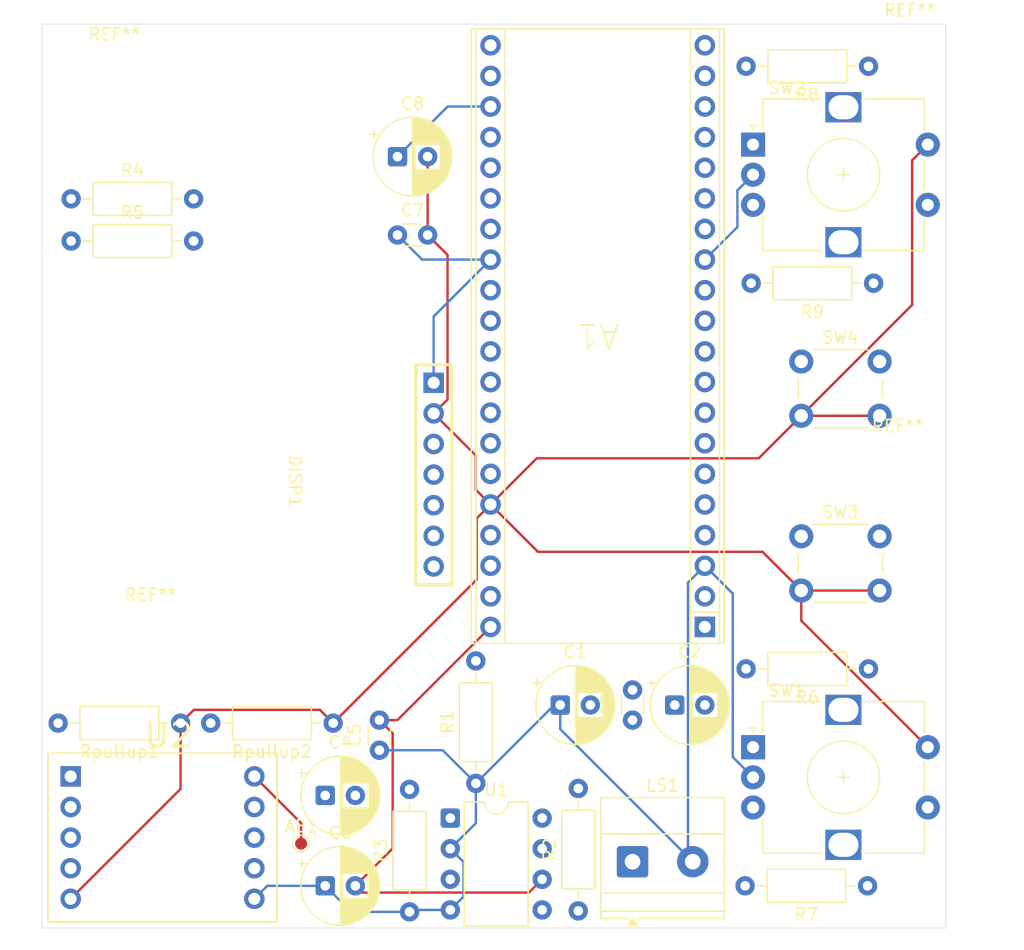
<source format=kicad_pcb>
(kicad_pcb (version 20241229) (generator "pcbnew") (generator_version "9.0")
  (title_block (title "PCB design") (date "2025-07-1") (rev "1"))
  (layers (0 "F.Cu" signal) (4 "In1.Cu" signal) (6 "In2.Cu" signal) (2 "B.Cu" signal) (13 "F.Paste" user) (15 "B.Paste" user) (5 "F.SilkS" user "F.Silkscreen") (7 "B.SilkS" user "B.Silkscreen") (1 "F.Mask" user) (3 "B.Mask" user) (25 "Edge.Cuts" user))
  (net 0 "")
  (net 1 "Net-(A1-GPIO1)")
  (net 2 "Net-(DISP1-VSS{slash}GND)")
  (net 3 "Net-(A1-GPIO26_ADC0)")
  (net 5 "Net-(A1-GPIO0)")
  (net 8 "Net-(A1-GPIO19)")
  (net 12 "Net-(A1-GPIO20)")
  (net 13 "Net-(A1-GPIO17)")
  (net 14 "Net-(A1-GPIO27_ADC1)")
  (net 15 "Net-(A1-GPIO21)")
  (net 18 "Net-(A1-GPIO3)")
  (net 19 "Net-(A1-GPIO16)")
  (net 23 "Net-(A1-VBUS)")
  (net 24 "Net-(A1-GPIO2)")
  (net 25 "Net-(A1-3V3)")
  (net 26 "Net-(U1-BYPASS)")
  (net 27 "Net-(C2-Pad2)")
  (net 28 "Net-(C2-Pad1)")
  (net 29 "Net-(C3-Pad1)")
  (net 30 "Net-(C4-Pad1)")
  (net 31 "Net-(A1-GPIO7)")
  (net 32 "Net-(U1-+)")
  (net 33 "Net-(U2-ROUT)")
  (net 41 "Net-(AE1-A)")
  (net 44 "Net-(U2-LOUT)")
  (net 45 "Net-(R6-Pad1)")
  (net 46 "Net-(R2-Pad1)")
  (net 47 "Net-(R2-Pad2)")
  (net 48 "Net-(R7-Pad1)")
  (net 49 "Net-(R8-Pad1)")
  (net 50 "Net-(R9-Pad1)")
  (net 52 "Net-(A1-GPIO15)")
  (net 53 "Net-(A1-GPIO14)")
  (net 56 "Net-(A1-GPIO13)")
  (footprint "Capacitor_THT:CP_Radial_D6.3mm_P2.50mm" (layer "F.Cu") (at 172.5 111.5)
    (property "Reference" "C2" (at 1.25 -4.4 0) (layer "F.SilkS"))
    (property "Value" "470uF")
    (pad "1" thru_hole roundrect (at 0 0) (size 1.6 1.6) (drill 0.8) (layers "*.Cu" "*.Mask") (roundrect_rratio 0.15625) (net 28 "Net-(C2-Pad1)"))
    (pad "2" thru_hole circle (at 2.5 0) (size 1.6 1.6) (drill 0.8) (layers "*.Cu" "*.Mask") (net 27 "Net-(C2-Pad2)"))
  )
  (footprint "TerminalBlock_Phoenix:TerminalBlock_Phoenix_MKDS-1,5-2_1x02_P5.00mm_Horizontal" (layer "F.Cu") (at 169 124.5)
    (property "Reference" "LS1" (at 2.5 -6.32 0) (layer "F.SilkS"))
    (property "Value" "Speaker")
    (pad "1" thru_hole roundrect (at 0 0) (size 2.6 2.6) (drill 1.3) (layers "*.Cu" "*.Mask") (roundrect_rratio 0.096154) (net 27 "Net-(C2-Pad2)"))
    (pad "2" thru_hole circle (at 5 0) (size 2.6 2.6) (drill 1.3) (layers "*.Cu" "*.Mask") (net 2 "Net-(DISP1-VSS{slash}GND)"))
  )
  (footprint "Resistor_THT:R_Axial_DIN0207_L6.3mm_D2.5mm_P10.16mm_Horizontal" (layer "F.Cu") (at 131.5 113 180)
    (property "Reference" "Rpullup1" (at 5.08 -2.37 0) (layer "F.SilkS"))
    (property "Value" "2k")
    (pad "1" thru_hole circle (at 0 0 180) (size 1.6 1.6) (drill 0.8) (layers "*.Cu" "*.Mask") (net 25 "Net-(A1-3V3)"))
    (pad "2" thru_hole circle (at 10.16 0 180) (size 1.6 1.6) (drill 0.8) (layers "*.Cu" "*.Mask") (net 3 "Net-(A1-GPIO26_ADC0)"))
  )
  (footprint "Resistor_THT:R_Axial_DIN0207_L6.3mm_D2.5mm_P10.16mm_Horizontal" (layer "F.Cu") (at 122.42 69.5)
    (property "Reference" "R4" (at 5.08 -2.37 0) (layer "F.SilkS"))
    (property "Value" "10K")
    (pad "1" thru_hole circle (at 0 0) (size 1.6 1.6) (drill 0.8) (layers "*.Cu" "*.Mask") (net 30 "Net-(C4-Pad1)"))
    (pad "2" thru_hole circle (at 10.16 0) (size 1.6 1.6) (drill 0.8) (layers "*.Cu" "*.Mask") (net 44 "Net-(U2-LOUT)"))
  )
  (footprint "Capacitor_THT:CP_Radial_D6.3mm_P2.50mm" (layer "F.Cu") (at 143.5 119)
    (property "Reference" "C4" (at 1.25 -4.4 0) (layer "F.SilkS"))
    (property "Value" "10uF")
    (pad "1" thru_hole roundrect (at 0 0) (size 1.6 1.6) (drill 0.8) (layers "*.Cu" "*.Mask") (roundrect_rratio 0.15625) (net 30 "Net-(C4-Pad1)"))
    (pad "2" thru_hole circle (at 2.5 0) (size 1.6 1.6) (drill 0.8) (layers "*.Cu" "*.Mask") (net 32 "Net-(U1-+)"))
  )
  (footprint "Resistor_THT:R_Axial_DIN0207_L6.3mm_D2.5mm_P10.16mm_Horizontal" (layer "F.Cu") (at 164.5 128.58 90)
    (property "Reference" "R2" (at 5.08 -2.37 90) (layer "F.SilkS"))
    (property "Value" "1.2K")
    (pad "1" thru_hole circle (at 0 0 90) (size 1.6 1.6) (drill 0.8) (layers "*.Cu" "*.Mask") (net 46 "Net-(R2-Pad1)"))
    (pad "2" thru_hole circle (at 10.16 0 90) (size 1.6 1.6) (drill 0.8) (layers "*.Cu" "*.Mask") (net 47 "Net-(R2-Pad2)"))
  )
  (footprint "Button_Switch_THT:SW_PUSH_6mm" (layer "F.Cu") (at 183 97.5)
    (property "Reference" "SW3" (at 3.25 -2 0) (layer "F.SilkS"))
    (property "Value" "SW_Push")
    (pad "1" thru_hole circle (at 0 0 90) (size 2 2) (drill 1.1) (layers "*.Cu" "*.Mask") (net 18 "Net-(A1-GPIO3)"))
    (pad "1" thru_hole circle (at 6.5 0 90) (size 2 2) (drill 1.1) (layers "*.Cu" "*.Mask") (net 18 "Net-(A1-GPIO3)"))
    (pad "2" thru_hole circle (at 0 4.5 90) (size 2 2) (drill 1.1) (layers "*.Cu" "*.Mask") (net 25 "Net-(A1-3V3)"))
    (pad "2" thru_hole circle (at 6.5 4.5 90) (size 2 2) (drill 1.1) (layers "*.Cu" "*.Mask") (net 25 "Net-(A1-3V3)"))
  )
  (footprint "Resistor_THT:R_Axial_DIN0207_L6.3mm_D2.5mm_P10.16mm_Horizontal" (layer "F.Cu") (at 122.42 73)
    (property "Reference" "R5" (at 5.08 -2.37 0) (layer "F.SilkS"))
    (property "Value" "10K")
    (pad "1" thru_hole circle (at 0 0) (size 1.6 1.6) (drill 0.8) (layers "*.Cu" "*.Mask") (net 33 "Net-(U2-ROUT)"))
    (pad "2" thru_hole circle (at 10.16 0) (size 1.6 1.6) (drill 0.8) (layers "*.Cu" "*.Mask") (net 30 "Net-(C4-Pad1)"))
  )
  (footprint "Resistor_THT:R_Axial_DIN0207_L6.3mm_D2.5mm_P10.16mm_Horizontal" (layer "F.Cu") (at 188.58 108.5 180)
    (property "Reference" "R6" (at 5.08 -2.37 0) (layer "F.SilkS"))
    (property "Value" "10K")
    (pad "1" thru_hole circle (at 0 0 180) (size 1.6 1.6) (drill 0.8) (layers "*.Cu" "*.Mask") (net 45 "Net-(R6-Pad1)"))
    (pad "2" thru_hole circle (at 10.16 0 180) (size 1.6 1.6) (drill 0.8) (layers "*.Cu" "*.Mask") (net 1 "Net-(A1-GPIO1)"))
  )
  (footprint "Resistor_THT:R_Axial_DIN0207_L6.3mm_D2.5mm_P10.16mm_Horizontal" (layer "F.Cu") (at 156 118 90)
    (property "Reference" "R1" (at 5.08 -2.37 90) (layer "F.SilkS"))
    (property "Value" "10")
    (pad "1" thru_hole circle (at 0 0 90) (size 1.6 1.6) (drill 0.8) (layers "*.Cu" "*.Mask") (net 2 "Net-(DISP1-VSS{slash}GND)"))
    (pad "2" thru_hole circle (at 10.16 0 90) (size 1.6 1.6) (drill 0.8) (layers "*.Cu" "*.Mask") (net 29 "Net-(C3-Pad1)"))
  )
  (footprint "Capacitor_THT:C_Disc_D3.0mm_W1.6mm_P2.50mm" (layer "F.Cu") (at 149.5 72.5)
    (property "Reference" "C7" (at 1.25 -2.05 0) (layer "F.SilkS"))
    (property "Value" "0.1uF")
    (pad "1" thru_hole circle (at 0 0) (size 1.6 1.6) (drill 0.8) (layers "*.Cu" "*.Mask") (net 2 "Net-(DISP1-VSS{slash}GND)"))
    (pad "2" thru_hole circle (at 2.5 0) (size 1.6 1.6) (drill 0.8) (layers "*.Cu" "*.Mask") (net 25 "Net-(A1-3V3)"))
  )
  (footprint "MountingHole:MountingHole_3.2mm_M3" (layer "F.Cu") (at 129 106.5)
    (property "Reference" "REF**" (at 0 -4.15 0) (layer "F.SilkS"))
    (property "Value" "MountingHole_3.2mm_M3")
    (pad "" np_thru_hole circle (at 0 0) (size 3.2 3.2) (drill 3.2) (layers "*.Cu" "*.Mask"))
  )
  (footprint "TestPoint:TestPoint_Pad_D1.0mm" (layer "F.Cu") (at 141.5 123)
    (property "Reference" "AE1" (at 0 -1.448 0) (layer "F.SilkS"))
    (property "Value" "Antenna")
    (pad "1" smd circle (at 0 0) (size 1 1) (layers "F.Cu" "F.Mask") (net 41 "Net-(AE1-A)"))
  )
  (footprint "ECE:RDA5807M_Module_TH" (layer "F.Cu") (at 130 122.5)
    (property "Reference" "U2" (at 0.5 -8.5 0) (layer "F.SilkS") (effects (font (size 2 2) (thickness 0.25))))
    (property "Value" "RDA5807M_Module")
    (pad "1" thru_hole rect (at -7.62 -5.08 180) (size 1.7 1.7) (drill 1) (layers "*.Cu" "*.Mask") (net 3 "Net-(A1-GPIO26_ADC0)"))
    (pad "2" thru_hole circle (at -7.62 -2.54 180) (size 1.7 1.7) (drill 1) (layers "*.Cu" "*.Mask") (net 14 "Net-(A1-GPIO27_ADC1)"))
    (pad "3" thru_hole circle (at -7.62 0 180) (size 1.7 1.7) (drill 1) (layers "*.Cu" "*.Mask"))
    (pad "4" thru_hole circle (at -7.62 2.54 180) (size 1.7 1.7) (drill 1) (layers "*.Cu" "*.Mask"))
    (pad "5" thru_hole circle (at -7.62 5.08 180) (size 1.7 1.7) (drill 1) (layers "*.Cu" "*.Mask") (net 25 "Net-(A1-3V3)"))
    (pad "6" thru_hole circle (at 7.62 5.08 180) (size 1.7 1.7) (drill 1) (layers "*.Cu" "*.Mask") (net 2 "Net-(DISP1-VSS{slash}GND)"))
    (pad "7" thru_hole circle (at 7.62 2.54 180) (size 1.7 1.7) (drill 1) (layers "*.Cu" "*.Mask") (net 33 "Net-(U2-ROUT)"))
    (pad "8" thru_hole circle (at 7.62 0 180) (size 1.7 1.7) (drill 1) (layers "*.Cu" "*.Mask") (net 44 "Net-(U2-LOUT)"))
    (pad "9" thru_hole circle (at 7.62 -2.54 180) (size 1.7 1.7) (drill 1) (layers "*.Cu" "*.Mask"))
    (pad "10" thru_hole circle (at 7.62 -5.08 180) (size 1.7 1.7) (drill 1) (layers "*.Cu" "*.Mask") (net 41 "Net-(AE1-A)"))
  )
  (footprint "Resistor_THT:R_Axial_DIN0207_L6.3mm_D2.5mm_P10.16mm_Horizontal" (layer "F.Cu") (at 144.16 113 180)
    (property "Reference" "Rpullup2" (at 5.08 -2.37 0) (layer "F.SilkS"))
    (property "Value" "2k")
    (pad "1" thru_hole circle (at 0 0 180) (size 1.6 1.6) (drill 0.8) (layers "*.Cu" "*.Mask") (net 25 "Net-(A1-3V3)"))
    (pad "2" thru_hole circle (at 10.16 0 180) (size 1.6 1.6) (drill 0.8) (layers "*.Cu" "*.Mask") (net 14 "Net-(A1-GPIO27_ADC1)"))
  )
  (footprint "Package_DIP:DIP-8_W7.62mm" (layer "F.Cu") (at 153.88 120.88)
    (property "Reference" "U1" (at 3.81 -2.33 0) (layer "F.SilkS"))
    (property "Value" "LM386")
    (pad "1" thru_hole roundrect (at 0 0) (size 1.6 1.6) (drill 0.8) (layers "*.Cu" "*.Mask") (roundrect_rratio 0.15625) (net 46 "Net-(R2-Pad1)"))
    (pad "2" thru_hole circle (at 0 2.54) (size 1.6 1.6) (drill 0.8) (layers "*.Cu" "*.Mask") (net 2 "Net-(DISP1-VSS{slash}GND)"))
    (pad "3" thru_hole circle (at 0 5.08) (size 1.6 1.6) (drill 0.8) (layers "*.Cu" "*.Mask") (net 32 "Net-(U1-+)"))
    (pad "4" thru_hole circle (at 0 7.62) (size 1.6 1.6) (drill 0.8) (layers "*.Cu" "*.Mask") (net 2 "Net-(DISP1-VSS{slash}GND)"))
    (pad "5" thru_hole circle (at 7.62 7.62) (size 1.6 1.6) (drill 0.8) (layers "*.Cu" "*.Mask") (net 28 "Net-(C2-Pad1)"))
    (pad "6" thru_hole circle (at 7.62 5.08) (size 1.6 1.6) (drill 0.8) (layers "*.Cu" "*.Mask") (net 23 "Net-(A1-VBUS)"))
    (pad "7" thru_hole circle (at 7.62 2.54) (size 1.6 1.6) (drill 0.8) (layers "*.Cu" "*.Mask") (net 26 "Net-(U1-BYPASS)"))
    (pad "8" thru_hole circle (at 7.62 0) (size 1.6 1.6) (drill 0.8) (layers "*.Cu" "*.Mask") (net 47 "Net-(R2-Pad2)"))
  )
  (footprint "Capacitor_THT:C_Disc_D3.0mm_W1.6mm_P2.50mm" (layer "F.Cu") (at 148 115.25 90)
    (property "Reference" "C5" (at 1.25 -2.05 90) (layer "F.SilkS"))
    (property "Value" "0.1uF")
    (pad "1" thru_hole circle (at 0 0 90) (size 1.6 1.6) (drill 0.8) (layers "*.Cu" "*.Mask") (net 2 "Net-(DISP1-VSS{slash}GND)"))
    (pad "2" thru_hole circle (at 2.5 0 90) (size 1.6 1.6) (drill 0.8) (layers "*.Cu" "*.Mask") (net 23 "Net-(A1-VBUS)"))
  )
  (footprint "Rotary_Encoder:RotaryEncoder_Alps_EC12E-Switch_Vertical_H20mm" (layer "F.Cu") (at 179 65)
    (property "Reference" "SW2" (at 2.8 -4.7 0) (layer "F.SilkS"))
    (property "Value" "Rotary Encoder")
    (pad "A" thru_hole rect (at 0 0) (size 2 2) (drill 1) (layers "*.Cu" "*.Mask") (net 49 "Net-(R8-Pad1)"))
    (pad "B" thru_hole circle (at 0 5) (size 2 2) (drill 1) (layers "*.Cu" "*.Mask") (net 50 "Net-(R9-Pad1)"))
    (pad "C" thru_hole circle (at 0 2.5) (size 2 2) (drill 1) (layers "*.Cu" "*.Mask") (net 2 "Net-(DISP1-VSS{slash}GND)"))
    (pad "MP" thru_hole rect (at 7.5 -3.1) (size 3 2.5) (drill oval 2.5 2) (layers "*.Cu" "*.Mask"))
    (pad "MP" thru_hole rect (at 7.5 8.1) (size 3 2.5) (drill oval 2.5 2) (layers "*.Cu" "*.Mask"))
    (pad "S1" thru_hole circle (at 14.5 0) (size 2 2) (drill 1) (layers "*.Cu" "*.Mask") (net 25 "Net-(A1-3V3)"))
    (pad "S2" thru_hole circle (at 14.5 5) (size 2 2) (drill 1) (layers "*.Cu" "*.Mask") (net 56 "Net-(A1-GPIO13)"))
  )
  (footprint "ECE:OLED_Display_1.3" (layer "F.Cu") (at 120.55 74.64 -90)
    (property "Reference" "DISP1" (at 18.29 -20.46 270) (layer "F.SilkS"))
    (property "Value" "OLED Display")
    (pad "1" thru_hole rect (at 10.12 -31.95 180) (size 1.7 1.7) (drill 1) (layers "*.Cu" "*.Mask") (net 2 "Net-(DISP1-VSS{slash}GND)"))
    (pad "2" thru_hole circle (at 12.66 -31.95 180) (size 1.7 1.7) (drill 1) (layers "*.Cu" "*.Mask") (net 25 "Net-(A1-3V3)"))
    (pad "3" thru_hole circle (at 15.2 -31.95 180) (size 1.7 1.7) (drill 1) (layers "*.Cu" "*.Mask") (net 19 "Net-(A1-GPIO16)"))
    (pad "4" thru_hole circle (at 17.74 -31.95 180) (size 1.7 1.7) (drill 1) (layers "*.Cu" "*.Mask") (net 8 "Net-(A1-GPIO19)"))
    (pad "5" thru_hole circle (at 20.28 -31.95 180) (size 1.7 1.7) (drill 1) (layers "*.Cu" "*.Mask") (net 12 "Net-(A1-GPIO20)"))
    (pad "6" thru_hole circle (at 22.82 -31.95 180) (size 1.7 1.7) (drill 1) (layers "*.Cu" "*.Mask") (net 15 "Net-(A1-GPIO21)"))
    (pad "7" thru_hole circle (at 25.36 -31.95 180) (size 1.7 1.7) (drill 1) (layers "*.Cu" "*.Mask") (net 13 "Net-(A1-GPIO17)"))
  )
  (footprint "Capacitor_THT:CP_Radial_D6.3mm_P2.50mm" (layer "F.Cu") (at 143.5 126.5)
    (property "Reference" "C6" (at 1.25 -4.4 0) (layer "F.SilkS"))
    (property "Value" "470uF")
    (pad "1" thru_hole roundrect (at 0 0) (size 1.6 1.6) (drill 0.8) (layers "*.Cu" "*.Mask") (roundrect_rratio 0.15625) (net 2 "Net-(DISP1-VSS{slash}GND)"))
    (pad "2" thru_hole circle (at 2.5 0) (size 1.6 1.6) (drill 0.8) (layers "*.Cu" "*.Mask") (net 23 "Net-(A1-VBUS)"))
  )
  (footprint "MountingHole:MountingHole_3.2mm_M3" (layer "F.Cu") (at 191 92.5)
    (property "Reference" "REF**" (at 0 -4.15 0) (layer "F.SilkS"))
    (property "Value" "MountingHole_3.2mm_M3")
    (pad "" np_thru_hole circle (at 0 0) (size 3.2 3.2) (drill 3.2) (layers "*.Cu" "*.Mask"))
  )
  (footprint "Resistor_THT:R_Axial_DIN0207_L6.3mm_D2.5mm_P10.16mm_Horizontal" (layer "F.Cu") (at 189 76.5 180)
    (property "Reference" "R9" (at 5.08 -2.37 0) (layer "F.SilkS"))
    (property "Value" "10K")
    (pad "1" thru_hole circle (at 0 0 180) (size 1.6 1.6) (drill 0.8) (layers "*.Cu" "*.Mask") (net 50 "Net-(R9-Pad1)"))
    (pad "2" thru_hole circle (at 10.16 0 180) (size 1.6 1.6) (drill 0.8) (layers "*.Cu" "*.Mask") (net 52 "Net-(A1-GPIO15)"))
  )
  (footprint "ECE:RPi_Pico_TH" (layer "F.Cu") (at 166.11 80.89 180)
    (property "Reference" "A1" (at 0 0 180) (layer "F.SilkS") (effects (font (size 2 2))))
    (property "Value" "RaspberryPi_Pico_W")
    (pad "1" thru_hole rect (at -8.89 -24.13 180) (size 1.7 1.7) (drill 1) (layers "*.Cu" "*.Mask") (net 5 "Net-(A1-GPIO0)"))
    (pad "2" thru_hole circle (at -8.89 -21.59 180) (size 1.7 1.7) (drill 1) (layers "*.Cu" "*.Mask") (net 1 "Net-(A1-GPIO1)"))
    (pad "3" thru_hole circle (at -8.89 -19.05 180) (size 1.7 1.7) (drill 1) (layers "*.Cu" "*.Mask") (net 2 "Net-(DISP1-VSS{slash}GND)"))
    (pad "4" thru_hole circle (at -8.89 -16.51 180) (size 1.7 1.7) (drill 1) (layers "*.Cu" "*.Mask") (net 24 "Net-(A1-GPIO2)"))
    (pad "5" thru_hole circle (at -8.89 -13.97 180) (size 1.7 1.7) (drill 1) (layers "*.Cu" "*.Mask") (net 18 "Net-(A1-GPIO3)"))
    (pad "6" thru_hole circle (at -8.89 -11.43 180) (size 1.7 1.7) (drill 1) (layers "*.Cu" "*.Mask"))
    (pad "7" thru_hole circle (at -8.89 -8.89 180) (size 1.7 1.7) (drill 1) (layers "*.Cu" "*.Mask"))
    (pad "8" thru_hole circle (at -8.89 -6.35 180) (size 1.7 1.7) (drill 1) (layers "*.Cu" "*.Mask") (net 2 "Net-(DISP1-VSS{slash}GND)"))
    (pad "9" thru_hole circle (at -8.89 -3.81 180) (size 1.7 1.7) (drill 1) (layers "*.Cu" "*.Mask"))
    (pad "10" thru_hole circle (at -8.89 -1.27 180) (size 1.7 1.7) (drill 1) (layers "*.Cu" "*.Mask") (net 31 "Net-(A1-GPIO7)"))
    (pad "11" thru_hole circle (at -8.89 1.27 180) (size 1.7 1.7) (drill 1) (layers "*.Cu" "*.Mask"))
    (pad "12" thru_hole circle (at -8.89 3.81 180) (size 1.7 1.7) (drill 1) (layers "*.Cu" "*.Mask"))
    (pad "13" thru_hole circle (at -8.89 6.35 180) (size 1.7 1.7) (drill 1) (layers "*.Cu" "*.Mask") (net 2 "Net-(DISP1-VSS{slash}GND)"))
    (pad "14" thru_hole circle (at -8.89 8.89 180) (size 1.7 1.7) (drill 1) (layers "*.Cu" "*.Mask"))
    (pad "15" thru_hole circle (at -8.89 11.43 180) (size 1.7 1.7) (drill 1) (layers "*.Cu" "*.Mask"))
    (pad "16" thru_hole circle (at -8.89 13.97 180) (size 1.7 1.7) (drill 1) (layers "*.Cu" "*.Mask"))
    (pad "17" thru_hole circle (at -8.89 16.51 180) (size 1.7 1.7) (drill 1) (layers "*.Cu" "*.Mask") (net 56 "Net-(A1-GPIO13)"))
    (pad "18" thru_hole circle (at -8.89 19.05 180) (size 1.7 1.7) (drill 1) (layers "*.Cu" "*.Mask") (net 2 "Net-(DISP1-VSS{slash}GND)"))
    (pad "19" thru_hole circle (at -8.89 21.59 180) (size 1.7 1.7) (drill 1) (layers "*.Cu" "*.Mask") (net 53 "Net-(A1-GPIO14)"))
    (pad "20" thru_hole circle (at -8.89 24.13 180) (size 1.7 1.7) (drill 1) (layers "*.Cu" "*.Mask") (net 52 "Net-(A1-GPIO15)"))
    (pad "21" thru_hole circle (at 8.89 24.13 180) (size 1.7 1.7) (drill 1) (layers "*.Cu" "*.Mask") (net 19 "Net-(A1-GPIO16)"))
    (pad "22" thru_hole circle (at 8.89 21.59 180) (size 1.7 1.7) (drill 1) (layers "*.Cu" "*.Mask") (net 13 "Net-(A1-GPIO17)"))
    (pad "23" thru_hole circle (at 8.89 19.05 180) (size 1.7 1.7) (drill 1) (layers "*.Cu" "*.Mask") (net 2 "Net-(DISP1-VSS{slash}GND)"))
    (pad "24" thru_hole circle (at 8.89 16.51 180) (size 1.7 1.7) (drill 1) (layers "*.Cu" "*.Mask"))
    (pad "25" thru_hole circle (at 8.89 13.97 180) (size 1.7 1.7) (drill 1) (layers "*.Cu" "*.Mask") (net 8 "Net-(A1-GPIO19)"))
    (pad "26" thru_hole circle (at 8.89 11.43 180) (size 1.7 1.7) (drill 1) (layers "*.Cu" "*.Mask") (net 12 "Net-(A1-GPIO20)"))
    (pad "27" thru_hole circle (at 8.89 8.89 180) (size 1.7 1.7) (drill 1) (layers "*.Cu" "*.Mask") (net 15 "Net-(A1-GPIO21)"))
    (pad "28" thru_hole circle (at 8.89 6.35 180) (size 1.7 1.7) (drill 1) (layers "*.Cu" "*.Mask") (net 2 "Net-(DISP1-VSS{slash}GND)"))
    (pad "29" thru_hole circle (at 8.89 3.81 180) (size 1.7 1.7) (drill 1) (layers "*.Cu" "*.Mask"))
    (pad "30" thru_hole circle (at 8.89 1.27 180) (size 1.7 1.7) (drill 1) (layers "*.Cu" "*.Mask"))
    (pad "31" thru_hole circle (at 8.89 -1.27 180) (size 1.7 1.7) (drill 1) (layers "*.Cu" "*.Mask") (net 3 "Net-(A1-GPIO26_ADC0)"))
    (pad "32" thru_hole circle (at 8.89 -3.81 180) (size 1.7 1.7) (drill 1) (layers "*.Cu" "*.Mask") (net 14 "Net-(A1-GPIO27_ADC1)"))
    (pad "33" thru_hole circle (at 8.89 -6.35 180) (size 1.7 1.7) (drill 1) (layers "*.Cu" "*.Mask"))
    (pad "34" thru_hole circle (at 8.89 -8.89 180) (size 1.7 1.7) (drill 1) (layers "*.Cu" "*.Mask"))
    (pad "35" thru_hole circle (at 8.89 -11.43 180) (size 1.7 1.7) (drill 1) (layers "*.Cu" "*.Mask"))
    (pad "36" thru_hole circle (at 8.89 -13.97 180) (size 1.7 1.7) (drill 1) (layers "*.Cu" "*.Mask") (net 25 "Net-(A1-3V3)"))
    (pad "37" thru_hole circle (at 8.89 -16.51 180) (size 1.7 1.7) (drill 1) (layers "*.Cu" "*.Mask"))
    (pad "38" thru_hole circle (at 8.89 -19.05 180) (size 1.7 1.7) (drill 1) (layers "*.Cu" "*.Mask") (net 2 "Net-(DISP1-VSS{slash}GND)"))
    (pad "39" thru_hole circle (at 8.89 -21.59 180) (size 1.7 1.7) (drill 1) (layers "*.Cu" "*.Mask"))
    (pad "40" thru_hole circle (at 8.89 -24.13 180) (size 1.7 1.7) (drill 1) (layers "*.Cu" "*.Mask") (net 23 "Net-(A1-VBUS)"))
  )
  (footprint "Capacitor_THT:CP_Radial_D6.3mm_P2.50mm" (layer "F.Cu") (at 163 111.5)
    (property "Reference" "C1" (at 1.25 -4.4 0) (layer "F.SilkS"))
    (property "Value" "10uF")
    (pad "1" thru_hole roundrect (at 0 0) (size 1.6 1.6) (drill 0.8) (layers "*.Cu" "*.Mask") (roundrect_rratio 0.15625) (net 2 "Net-(DISP1-VSS{slash}GND)"))
    (pad "2" thru_hole circle (at 2.5 0) (size 1.6 1.6) (drill 0.8) (layers "*.Cu" "*.Mask") (net 26 "Net-(U1-BYPASS)"))
  )
  (footprint "Resistor_THT:R_Axial_DIN0207_L6.3mm_D2.5mm_P10.16mm_Horizontal" (layer "F.Cu") (at 150.5 128.66 90)
    (property "Reference" "R3" (at 5.08 -2.37 90) (layer "F.SilkS"))
    (property "Value" "10K")
    (pad "1" thru_hole circle (at 0 0 90) (size 1.6 1.6) (drill 0.8) (layers "*.Cu" "*.Mask") (net 2 "Net-(DISP1-VSS{slash}GND)"))
    (pad "2" thru_hole circle (at 10.16 0 90) (size 1.6 1.6) (drill 0.8) (layers "*.Cu" "*.Mask") (net 30 "Net-(C4-Pad1)"))
  )
  (footprint "Button_Switch_THT:SW_PUSH_6mm" (layer "F.Cu") (at 183 83)
    (property "Reference" "SW4" (at 3.25 -2 0) (layer "F.SilkS"))
    (property "Value" "SW_Push")
    (pad "1" thru_hole circle (at 0 0 90) (size 2 2) (drill 1.1) (layers "*.Cu" "*.Mask") (net 31 "Net-(A1-GPIO7)"))
    (pad "1" thru_hole circle (at 6.5 0 90) (size 2 2) (drill 1.1) (layers "*.Cu" "*.Mask") (net 31 "Net-(A1-GPIO7)"))
    (pad "2" thru_hole circle (at 0 4.5 90) (size 2 2) (drill 1.1) (layers "*.Cu" "*.Mask") (net 25 "Net-(A1-3V3)"))
    (pad "2" thru_hole circle (at 6.5 4.5 90) (size 2 2) (drill 1.1) (layers "*.Cu" "*.Mask") (net 25 "Net-(A1-3V3)"))
  )
  (footprint "Resistor_THT:R_Axial_DIN0207_L6.3mm_D2.5mm_P10.16mm_Horizontal" (layer "F.Cu") (at 188.5 126.5 180)
    (property "Reference" "R7" (at 5.08 -2.37 0) (layer "F.SilkS"))
    (property "Value" "10K")
    (pad "1" thru_hole circle (at 0 0 180) (size 1.6 1.6) (drill 0.8) (layers "*.Cu" "*.Mask") (net 48 "Net-(R7-Pad1)"))
    (pad "2" thru_hole circle (at 10.16 0 180) (size 1.6 1.6) (drill 0.8) (layers "*.Cu" "*.Mask") (net 24 "Net-(A1-GPIO2)"))
  )
  (footprint "Rotary_Encoder:RotaryEncoder_Alps_EC12E-Switch_Vertical_H20mm" (layer "F.Cu") (at 179 115)
    (property "Reference" "SW1" (at 2.8 -4.7 0) (layer "F.SilkS"))
    (property "Value" "Rotary Encoder")
    (pad "A" thru_hole rect (at 0 0) (size 2 2) (drill 1) (layers "*.Cu" "*.Mask") (net 45 "Net-(R6-Pad1)"))
    (pad "B" thru_hole circle (at 0 5) (size 2 2) (drill 1) (layers "*.Cu" "*.Mask") (net 48 "Net-(R7-Pad1)"))
    (pad "C" thru_hole circle (at 0 2.5) (size 2 2) (drill 1) (layers "*.Cu" "*.Mask") (net 2 "Net-(DISP1-VSS{slash}GND)"))
    (pad "MP" thru_hole rect (at 7.5 -3.1) (size 3 2.5) (drill oval 2.5 2) (layers "*.Cu" "*.Mask"))
    (pad "MP" thru_hole rect (at 7.5 8.1) (size 3 2.5) (drill oval 2.5 2) (layers "*.Cu" "*.Mask"))
    (pad "S1" thru_hole circle (at 14.5 0) (size 2 2) (drill 1) (layers "*.Cu" "*.Mask") (net 25 "Net-(A1-3V3)"))
    (pad "S2" thru_hole circle (at 14.5 5) (size 2 2) (drill 1) (layers "*.Cu" "*.Mask") (net 5 "Net-(A1-GPIO0)"))
  )
  (footprint "Resistor_THT:R_Axial_DIN0207_L6.3mm_D2.5mm_P10.16mm_Horizontal" (layer "F.Cu") (at 188.58 58.5 180)
    (property "Reference" "R8" (at 5.08 -2.37 0) (layer "F.SilkS"))
    (property "Value" "10K")
    (pad "1" thru_hole circle (at 0 0 180) (size 1.6 1.6) (drill 0.8) (layers "*.Cu" "*.Mask") (net 49 "Net-(R8-Pad1)"))
    (pad "2" thru_hole circle (at 10.16 0 180) (size 1.6 1.6) (drill 0.8) (layers "*.Cu" "*.Mask") (net 53 "Net-(A1-GPIO14)"))
  )
  (footprint "MountingHole:MountingHole_3.2mm_M3" (layer "F.Cu") (at 192 58)
    (property "Reference" "REF**" (at 0 -4.15 0) (layer "F.SilkS"))
    (property "Value" "MountingHole_3.2mm_M3")
    (pad "" np_thru_hole circle (at 0 0) (size 3.2 3.2) (drill 3.2) (layers "*.Cu" "*.Mask"))
  )
  (footprint "Capacitor_THT:CP_Radial_D6.3mm_P2.50mm" (layer "F.Cu") (at 149.5 66)
    (property "Reference" "C8" (at 1.25 -4.4 0) (layer "F.SilkS"))
    (property "Value" "470uF")
    (pad "1" thru_hole roundrect (at 0 0) (size 1.6 1.6) (drill 0.8) (layers "*.Cu" "*.Mask") (roundrect_rratio 0.15625) (net 2 "Net-(DISP1-VSS{slash}GND)"))
    (pad "2" thru_hole circle (at 2.5 0) (size 1.6 1.6) (drill 0.8) (layers "*.Cu" "*.Mask") (net 25 "Net-(A1-3V3)"))
  )
  (footprint "MountingHole:MountingHole_3.2mm_M3" (layer "F.Cu") (at 126 60)
    (property "Reference" "REF**" (at 0 -4.15 0) (layer "F.SilkS"))
    (property "Value" "MountingHole_3.2mm_M3")
    (pad "" np_thru_hole circle (at 0 0) (size 3.2 3.2) (drill 3.2) (layers "*.Cu" "*.Mask"))
  )
  (footprint "Capacitor_THT:C_Disc_D3.0mm_W1.6mm_P2.50mm" (layer "F.Cu") (at 169 112.75 90)
    (property "Reference" "C3" (at 1.25 -2.05 90) (layer "F.SilkS"))
    (property "Value" "0.05uF")
    (pad "1" thru_hole circle (at 0 0 90) (size 1.6 1.6) (drill 0.8) (layers "*.Cu" "*.Mask") (net 29 "Net-(C3-Pad1)"))
    (pad "2" thru_hole circle (at 2.5 0 90) (size 1.6 1.6) (drill 0.8) (layers "*.Cu" "*.Mask") (net 28 "Net-(C2-Pad1)"))
  )
  (gr_rect (start 120 55) (end 195 130) (stroke (width 0.05)) (fill no) (layer "Edge.Cuts"))
  (segment (start 156 118) (end 156 121.3) (width 0.2) (layer "B.Cu") (net 2))
  (segment (start 143.5 126.5) (end 138.7 126.5) (width 0.2) (layer "B.Cu") (net 2))
  (segment (start 153.88 128.5) (end 150.66 128.5) (width 0.2) (layer "B.Cu") (net 2))
  (segment (start 175 99.94) (end 177.319 102.259) (width 0.2) (layer "B.Cu") (net 2))
  (segment (start 153.66 61.84) (end 149.5 66) (width 0.2) (layer "B.Cu") (net 2))
  (segment (start 157.22 61.84) (end 153.66 61.84) (width 0.2) (layer "B.Cu") (net 2))
  (segment (start 152.5 79.26) (end 157.22 74.54) (width 0.2) (layer "B.Cu") (net 2))
  (segment (start 157.22 74.54) (end 151.54 74.54) (width 0.2) (layer "B.Cu") (net 2))
  (segment (start 148 115.25) (end 153.25 115.25) (width 0.2) (layer "B.Cu") (net 2))
  (segment (start 150.5 128.66) (end 145.66 128.66) (width 0.2) (layer "B.Cu") (net 2))
  (segment (start 156 121.3) (end 153.88 123.42) (width 0.2) (layer "B.Cu") (net 2))
  (segment (start 173.601 101.339) (end 173.601 124.101) (width 0.2) (layer "B.Cu") (net 2))
  (segment (start 145.66 128.66) (end 143.5 126.5) (width 0.2) (layer "B.Cu") (net 2))
  (segment (start 151.54 74.54) (end 149.5 72.5) (width 0.2) (layer "B.Cu") (net 2))
  (segment (start 177.319 115.819) (end 179 117.5) (width 0.2) (layer "B.Cu") (net 2))
  (segment (start 177.699 68.801) (end 179 67.5) (width 0.2) (layer "B.Cu") (net 2))
  (segment (start 153.88 123.42) (end 154.981 124.521) (width 0.2) (layer "B.Cu") (net 2))
  (segment (start 152.5 84.76) (end 152.5 79.26) (width 0.2) (layer "B.Cu") (net 2))
  (segment (start 177.319 102.259) (end 177.319 115.819) (width 0.2) (layer "B.Cu") (net 2))
  (segment (start 153.25 115.25) (end 156 118) (width 0.2) (layer "B.Cu") (net 2))
  (segment (start 163 111.5) (end 162.5 111.5) (width 0.2) (layer "B.Cu") (net 2))
  (segment (start 175 99.94) (end 173.601 101.339) (width 0.2) (layer "B.Cu") (net 2))
  (segment (start 163 113.5) (end 174 124.5) (width 0.2) (layer "B.Cu") (net 2))
  (segment (start 163 111.5) (end 163 113.5) (width 0.2) (layer "B.Cu") (net 2))
  (segment (start 138.7 126.5) (end 137.62 127.58) (width 0.2) (layer "B.Cu") (net 2))
  (segment (start 175 74.54) (end 177.699 71.841) (width 0.2) (layer "B.Cu") (net 2))
  (segment (start 154.981 124.521) (end 154.981 127.399) (width 0.2) (layer "B.Cu") (net 2))
  (segment (start 150.66 128.5) (end 150.5 128.66) (width 0.2) (layer "B.Cu") (net 2))
  (segment (start 173.601 124.101) (end 174 124.5) (width 0.2) (layer "B.Cu") (net 2))
  (segment (start 154.981 127.399) (end 153.88 128.5) (width 0.2) (layer "B.Cu") (net 2))
  (segment (start 177.699 71.841) (end 177.699 68.801) (width 0.2) (layer "B.Cu") (net 2))
  (segment (start 162.5 111.5) (end 156 118) (width 0.2) (layer "B.Cu") (net 2))
  (segment (start 146 126.5) (end 149.101 123.399) (width 0.2) (layer "F.Cu") (net 23))
  (segment (start 146.561 127.061) (end 146 126.5) (width 0.2) (layer "F.Cu") (net 23))
  (segment (start 149.101 123.399) (end 149.101 113.851) (width 0.2) (layer "F.Cu") (net 23))
  (segment (start 149.101 113.851) (end 148 112.75) (width 0.2) (layer "F.Cu") (net 23))
  (segment (start 148 112.75) (end 149.49 112.75) (width 0.2) (layer "F.Cu") (net 23))
  (segment (start 160.399 127.061) (end 146.561 127.061) (width 0.2) (layer "F.Cu") (net 23))
  (segment (start 161.5 125.96) (end 160.399 127.061) (width 0.2) (layer "F.Cu") (net 23))
  (segment (start 149.49 112.75) (end 157.22 105.02) (width 0.2) (layer "F.Cu") (net 23))
  (segment (start 183 87.5) (end 179.47224 91.02776) (width 0.2) (layer "F.Cu") (net 25))
  (segment (start 131.5 118.46) (end 122.38 127.58) (width 0.2) (layer "F.Cu") (net 25))
  (segment (start 153.651 74.151) (end 152 72.5) (width 0.2) (layer "F.Cu") (net 25))
  (segment (start 153.651 86.149) (end 153.651 74.151) (width 0.2) (layer "F.Cu") (net 25))
  (segment (start 157.22 94.86) (end 156 93.64) (width 0.2) (layer "F.Cu") (net 25))
  (segment (start 179.789 98.789) (end 183 102) (width 0.2) (layer "F.Cu") (net 25))
  (segment (start 183 104.5) (end 183 102) (width 0.2) (layer "F.Cu") (net 25))
  (segment (start 179.47224 91.02776) (end 161.05224 91.02776) (width 0.2) (layer "F.Cu") (net 25))
  (segment (start 156 90.8) (end 152.5 87.3) (width 0.2) (layer "F.Cu") (net 25))
  (segment (start 157.22 94.86) (end 156.069 96.011) (width 0.2) (layer "F.Cu") (net 25))
  (segment (start 131.5 113) (end 131.5 118.46) (width 0.2) (layer "F.Cu") (net 25))
  (segment (start 152.5 87.3) (end 153.651 86.149) (width 0.2) (layer "F.Cu") (net 25))
  (segment (start 161.05224 91.02776) (end 157.22 94.86) (width 0.2) (layer "F.Cu") (net 25))
  (segment (start 192.199 78.301) (end 183 87.5) (width 0.2) (layer "F.Cu") (net 25))
  (segment (start 156.069 96.011) (end 156.069 101.091) (width 0.2) (layer "F.Cu") (net 25))
  (segment (start 156.069 101.091) (end 144.16 113) (width 0.2) (layer "F.Cu") (net 25))
  (segment (start 161.149 98.789) (end 179.789 98.789) (width 0.2) (layer "F.Cu") (net 25))
  (segment (start 157.22 94.86) (end 161.149 98.789) (width 0.2) (layer "F.Cu") (net 25))
  (segment (start 156 93.64) (end 156 90.8) (width 0.2) (layer "F.Cu") (net 25))
  (segment (start 143.059 111.899) (end 144.16 113) (width 0.2) (layer "F.Cu") (net 25))
  (segment (start 152 72.5) (end 152 66) (width 0.2) (layer "F.Cu") (net 25))
  (segment (start 189.5 102) (end 183 102) (width 0.2) (layer "F.Cu") (net 25))
  (segment (start 193.5 65) (end 192.199 66.301) (width 0.2) (layer "F.Cu") (net 25))
  (segment (start 131.5 113) (end 132.601 111.899) (width 0.2) (layer "F.Cu") (net 25))
  (segment (start 132.601 111.899) (end 143.059 111.899) (width 0.2) (layer "F.Cu") (net 25))
  (segment (start 189.5 87.5) (end 183 87.5) (width 0.2) (layer "F.Cu") (net 25))
  (segment (start 193.5 115) (end 183 104.5) (width 0.2) (layer "F.Cu") (net 25))
  (segment (start 192.199 66.301) (end 192.199 78.301) (width 0.2) (layer "F.Cu") (net 25))
  (segment (start 141.5 121.3) (end 137.62 117.42) (width 0.2) (layer "F.Cu") (net 41))
  (segment (start 141.5 123) (end 141.5 121.3) (width 0.2) (layer "F.Cu") (net 41))
)
</source>
